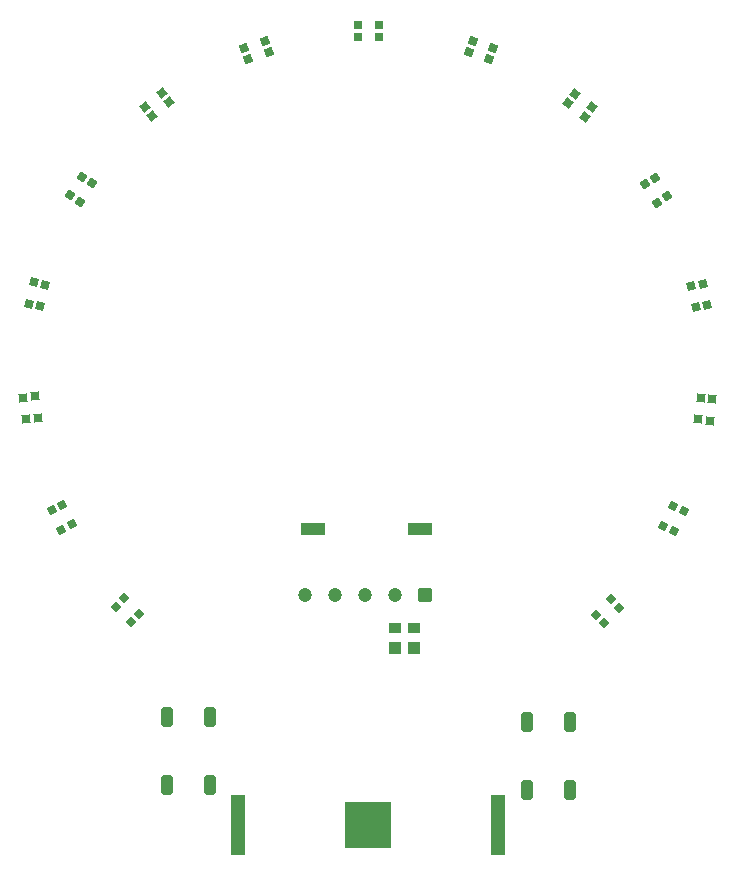
<source format=gtp>
G04*
G04 #@! TF.GenerationSoftware,Altium Limited,Altium Designer,18.1.7 (191)*
G04*
G04 Layer_Color=8421504*
%FSLAX25Y25*%
%MOIN*%
G70*
G01*
G75*
%ADD15R,0.03937X0.03937*%
%ADD16R,0.03937X0.03740*%
%ADD17C,0.04724*%
G04:AMPARAMS|DCode=18|XSize=47.24mil|YSize=47.24mil|CornerRadius=5.91mil|HoleSize=0mil|Usage=FLASHONLY|Rotation=180.000|XOffset=0mil|YOffset=0mil|HoleType=Round|Shape=RoundedRectangle|*
%AMROUNDEDRECTD18*
21,1,0.04724,0.03543,0,0,180.0*
21,1,0.03543,0.04724,0,0,180.0*
1,1,0.01181,-0.01772,0.01772*
1,1,0.01181,0.01772,0.01772*
1,1,0.01181,0.01772,-0.01772*
1,1,0.01181,-0.01772,-0.01772*
%
%ADD18ROUNDEDRECTD18*%
%ADD19R,0.05000X0.20000*%
%ADD20R,0.15590X0.15590*%
%ADD21R,0.07874X0.03937*%
%ADD22P,0.03897X4X270.0*%
%ADD23P,0.03897X4X360.0*%
%ADD24P,0.03897X4X379.1*%
%ADD25P,0.03897X4X398.4*%
%ADD26P,0.03897X4X57.7*%
%ADD27P,0.03897X4X77.0*%
%ADD28P,0.03897X4X96.6*%
%ADD29P,0.03897X4X115.6*%
%ADD30R,0.02756X0.02756*%
%ADD31P,0.03897X4X154.5*%
%ADD32P,0.03897X4X173.5*%
%ADD33P,0.03897X4X192.8*%
%ADD34P,0.03897X4X212.1*%
%ADD35P,0.03897X4X231.4*%
%ADD36P,0.03897X4X250.7*%
G04:AMPARAMS|DCode=37|XSize=66.93mil|YSize=39.37mil|CornerRadius=9.84mil|HoleSize=0mil|Usage=FLASHONLY|Rotation=270.000|XOffset=0mil|YOffset=0mil|HoleType=Round|Shape=RoundedRectangle|*
%AMROUNDEDRECTD37*
21,1,0.06693,0.01968,0,0,270.0*
21,1,0.04724,0.03937,0,0,270.0*
1,1,0.01968,-0.00984,-0.02362*
1,1,0.01968,-0.00984,0.02362*
1,1,0.01968,0.00984,0.02362*
1,1,0.01968,0.00984,-0.02362*
%
%ADD37ROUNDEDRECTD37*%
D15*
X15299Y-92500D02*
D03*
X9000D02*
D03*
D16*
Y-86000D02*
D03*
X15299D02*
D03*
D17*
X-1000Y-74832D02*
D03*
X9000Y-74832D02*
D03*
X-11000Y-74832D02*
D03*
X-21000Y-74832D02*
D03*
D18*
X19000Y-74832D02*
D03*
D19*
X43248Y-151575D02*
D03*
X-43248D02*
D03*
D20*
X0D02*
D03*
D21*
X17217Y-52937D02*
D03*
X-18216D02*
D03*
D22*
X-76210Y-81072D02*
D03*
X-78994Y-83856D02*
D03*
X-84089Y-78761D02*
D03*
X-81305Y-75977D02*
D03*
D23*
X80984Y-76305D02*
D03*
X83768Y-79089D02*
D03*
X78673Y-84184D02*
D03*
X75889Y-81400D02*
D03*
D24*
X101658Y-45267D02*
D03*
X105200Y-46987D02*
D03*
X102053Y-53468D02*
D03*
X98511Y-51748D02*
D03*
D25*
X110905Y-9143D02*
D03*
X114815Y-9595D02*
D03*
X113987Y-16752D02*
D03*
X110076Y-16300D02*
D03*
D26*
X107698Y28008D02*
D03*
X111539Y28874D02*
D03*
X113123Y21846D02*
D03*
X109282Y20980D02*
D03*
D27*
X92437Y62013D02*
D03*
X95776Y64099D02*
D03*
X99593Y57989D02*
D03*
X96255Y55903D02*
D03*
D28*
X66721Y89034D02*
D03*
X69167Y92119D02*
D03*
X74813Y87644D02*
D03*
X72368Y84559D02*
D03*
D29*
X33559Y106097D02*
D03*
X34867Y109811D02*
D03*
X41663Y107418D02*
D03*
X40355Y103704D02*
D03*
D30*
X-3371Y111220D02*
D03*
Y115157D02*
D03*
X3834D02*
D03*
Y111220D02*
D03*
D31*
X-39912Y103852D02*
D03*
X-41226Y107564D02*
D03*
X-34435Y109969D02*
D03*
X-33121Y106257D02*
D03*
D32*
X-71999Y84845D02*
D03*
X-74449Y87926D02*
D03*
X-68811Y92411D02*
D03*
X-66360Y89330D02*
D03*
D33*
X-95985Y56296D02*
D03*
X-99316Y58394D02*
D03*
X-95477Y64491D02*
D03*
X-92145Y62393D02*
D03*
D34*
X-109193Y21406D02*
D03*
X-113030Y22285D02*
D03*
X-111422Y29308D02*
D03*
X-107584Y28429D02*
D03*
D35*
X-110140Y-15847D02*
D03*
X-114053Y-16286D02*
D03*
X-114856Y-9127D02*
D03*
X-110943Y-8688D02*
D03*
D36*
X-98721Y-51342D02*
D03*
X-102269Y-53050D02*
D03*
X-105393Y-46558D02*
D03*
X-101846Y-44850D02*
D03*
D37*
X52933Y-140000D02*
D03*
Y-117165D02*
D03*
X67500Y-140000D02*
D03*
Y-117165D02*
D03*
X-67067Y-138335D02*
D03*
Y-115500D02*
D03*
X-52500Y-138335D02*
D03*
Y-115500D02*
D03*
M02*

</source>
